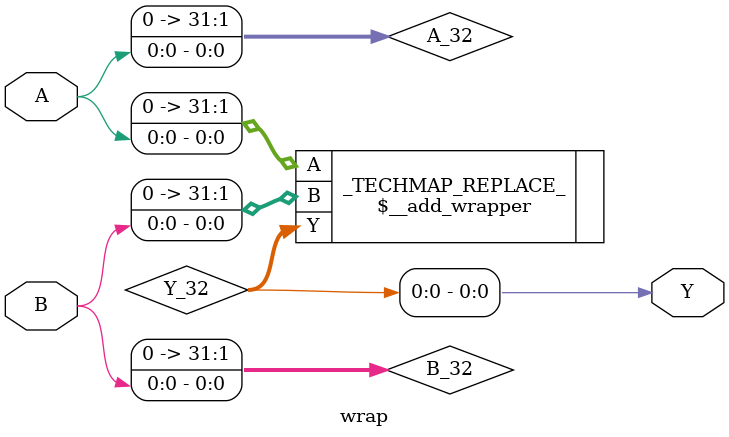
<source format=v>
(* techmap_celltype = "$sub" *)
module wrap (
    A,
    B,
    Y
);

  parameter A_SIGNED = 0;
  parameter B_SIGNED = 0;
  parameter A_WIDTH = 1;
  parameter B_WIDTH = 1;
  parameter Y_WIDTH = 1;

  input [A_WIDTH-1:0] A;
  input [B_WIDTH-1:0] B;
  output [Y_WIDTH-1:0] Y;

  wire [31:0] A_32 = A;
  wire [31:0] B_32 = B;
  wire [31:0] Y_32;
  assign Y = Y_32;

//   wire [1023:0] _TECHMAP_DO_ = "proc; clean";


  \$__add_wrapper #(
      .A_SIGNED(A_SIGNED),
      .B_SIGNED(B_SIGNED),
      .A_WIDTH (A_WIDTH),
      .B_WIDTH (B_WIDTH),
      .Y_WIDTH (Y_WIDTH)
  ) _TECHMAP_REPLACE_ (
      .A(A_32),
      .B(B_32),
      .Y(Y_32)
  );

endmodule

</source>
